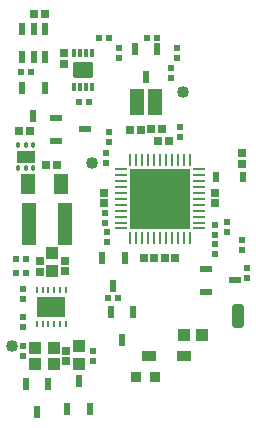
<source format=gbr>
%TF.GenerationSoftware,Altium Limited,Altium Designer,20.2.5 (213)*%
G04 Layer_Color=8421504*
%FSLAX25Y25*%
%MOIN*%
%TF.SameCoordinates,C9AA4840-3426-47ED-90B3-6D3E683A03ED*%
%TF.FilePolarity,Positive*%
%TF.FileFunction,Paste,Top*%
%TF.Part,Single*%
G01*
G75*
%TA.AperFunction,SMDPad,CuDef*%
%ADD10R,0.02362X0.03937*%
G04:AMPARAMS|DCode=11|XSize=62.99mil|YSize=39.37mil|CornerRadius=3.94mil|HoleSize=0mil|Usage=FLASHONLY|Rotation=0.000|XOffset=0mil|YOffset=0mil|HoleType=Round|Shape=RoundedRectangle|*
%AMROUNDEDRECTD11*
21,1,0.06299,0.03150,0,0,0.0*
21,1,0.05512,0.03937,0,0,0.0*
1,1,0.00787,0.02756,-0.01575*
1,1,0.00787,-0.02756,-0.01575*
1,1,0.00787,-0.02756,0.01575*
1,1,0.00787,0.02756,0.01575*
%
%ADD11ROUNDEDRECTD11*%
G04:AMPARAMS|DCode=12|XSize=11.81mil|YSize=17.72mil|CornerRadius=1.18mil|HoleSize=0mil|Usage=FLASHONLY|Rotation=0.000|XOffset=0mil|YOffset=0mil|HoleType=Round|Shape=RoundedRectangle|*
%AMROUNDEDRECTD12*
21,1,0.01181,0.01535,0,0,0.0*
21,1,0.00945,0.01772,0,0,0.0*
1,1,0.00236,0.00472,-0.00768*
1,1,0.00236,-0.00472,-0.00768*
1,1,0.00236,-0.00472,0.00768*
1,1,0.00236,0.00472,0.00768*
%
%ADD12ROUNDEDRECTD12*%
%ADD13R,0.09646X0.06693*%
%ADD14R,0.00984X0.02362*%
%ADD15R,0.04921X0.03740*%
%ADD16R,0.02480X0.03268*%
%ADD17R,0.03347X0.03543*%
%ADD18R,0.02165X0.02362*%
%ADD19R,0.20472X0.20472*%
%ADD20O,0.04134X0.00984*%
%ADD21O,0.00984X0.04134*%
G04:AMPARAMS|DCode=22|XSize=13.39mil|YSize=29.53mil|CornerRadius=1.34mil|HoleSize=0mil|Usage=FLASHONLY|Rotation=0.000|XOffset=0mil|YOffset=0mil|HoleType=Round|Shape=RoundedRectangle|*
%AMROUNDEDRECTD22*
21,1,0.01339,0.02685,0,0,0.0*
21,1,0.01071,0.02953,0,0,0.0*
1,1,0.00268,0.00535,-0.01343*
1,1,0.00268,-0.00535,-0.01343*
1,1,0.00268,-0.00535,0.01343*
1,1,0.00268,0.00535,0.01343*
%
%ADD22ROUNDEDRECTD22*%
G04:AMPARAMS|DCode=23|XSize=64.17mil|YSize=56.3mil|CornerRadius=5.63mil|HoleSize=0mil|Usage=FLASHONLY|Rotation=0.000|XOffset=0mil|YOffset=0mil|HoleType=Round|Shape=RoundedRectangle|*
%AMROUNDEDRECTD23*
21,1,0.06417,0.04504,0,0,0.0*
21,1,0.05291,0.05630,0,0,0.0*
1,1,0.01126,0.02646,-0.02252*
1,1,0.01126,-0.02646,-0.02252*
1,1,0.01126,-0.02646,0.02252*
1,1,0.01126,0.02646,0.02252*
%
%ADD23ROUNDEDRECTD23*%
G04:AMPARAMS|DCode=24|XSize=39.37mil|YSize=78.74mil|CornerRadius=9.84mil|HoleSize=0mil|Usage=FLASHONLY|Rotation=180.000|XOffset=0mil|YOffset=0mil|HoleType=Round|Shape=RoundedRectangle|*
%AMROUNDEDRECTD24*
21,1,0.03937,0.05906,0,0,180.0*
21,1,0.01968,0.07874,0,0,180.0*
1,1,0.01968,-0.00984,0.02953*
1,1,0.01968,0.00984,0.02953*
1,1,0.01968,0.00984,-0.02953*
1,1,0.01968,-0.00984,-0.02953*
%
%ADD24ROUNDEDRECTD24*%
%ADD25R,0.04724X0.14173*%
%ADD26R,0.04528X0.08661*%
%ADD27R,0.05118X0.07087*%
%ADD28R,0.03937X0.03937*%
%ADD29R,0.02520X0.02677*%
%ADD30R,0.02677X0.02520*%
%ADD31R,0.02362X0.02165*%
%ADD32R,0.03937X0.02362*%
%ADD33R,0.03937X0.03937*%
%ADD34C,0.04000*%
D10*
X28360Y124776D02*
D03*
X32100D02*
D03*
X35840D02*
D03*
Y134224D02*
D03*
X32100D02*
D03*
X28360D02*
D03*
X61628Y30377D02*
D03*
X57888Y39825D02*
D03*
X65368D02*
D03*
X73289Y127435D02*
D03*
X65808D02*
D03*
X69548Y117987D02*
D03*
X58700Y48276D02*
D03*
X54960Y57724D02*
D03*
X62440D02*
D03*
X37010Y15896D02*
D03*
X29530D02*
D03*
X33270Y6447D02*
D03*
X47100Y16824D02*
D03*
X50840Y7376D02*
D03*
X43360D02*
D03*
X35745Y114424D02*
D03*
X28265D02*
D03*
X32005Y104976D02*
D03*
D11*
X29400Y91566D02*
D03*
D12*
X26841Y87727D02*
D03*
X29400D02*
D03*
X31959D02*
D03*
X26841Y95405D02*
D03*
X29400D02*
D03*
X31959D02*
D03*
D13*
X38000Y41400D02*
D03*
D14*
X33079Y35750D02*
D03*
X35047D02*
D03*
X37016D02*
D03*
X38984D02*
D03*
X40953D02*
D03*
X42921D02*
D03*
X33079Y47050D02*
D03*
X35047D02*
D03*
X37016D02*
D03*
X38984D02*
D03*
X40953D02*
D03*
X42921D02*
D03*
D15*
X82205Y25200D02*
D03*
X70394D02*
D03*
D16*
X101780Y84600D02*
D03*
X93020D02*
D03*
D17*
X66349Y17913D02*
D03*
X72451D02*
D03*
D18*
X101600Y60427D02*
D03*
Y63773D02*
D03*
X28500Y25127D02*
D03*
Y28473D02*
D03*
Y44127D02*
D03*
Y47473D02*
D03*
Y34627D02*
D03*
Y37973D02*
D03*
X96400Y69773D02*
D03*
Y66427D02*
D03*
X51800Y23427D02*
D03*
Y26773D02*
D03*
X81000Y101473D02*
D03*
Y98127D02*
D03*
X79760Y124438D02*
D03*
Y127785D02*
D03*
X60400Y127773D02*
D03*
Y124427D02*
D03*
X57190Y99837D02*
D03*
Y96490D02*
D03*
X56200Y89427D02*
D03*
Y92773D02*
D03*
X92500Y68648D02*
D03*
Y65302D02*
D03*
X77749Y117779D02*
D03*
Y121125D02*
D03*
X103300Y54373D02*
D03*
Y51027D02*
D03*
X92500Y59127D02*
D03*
Y62473D02*
D03*
X56500Y66273D02*
D03*
Y62927D02*
D03*
X55800Y69444D02*
D03*
Y72791D02*
D03*
D19*
X74214Y77426D02*
D03*
D20*
X87305Y87269D02*
D03*
Y85300D02*
D03*
Y83332D02*
D03*
Y81363D02*
D03*
Y79395D02*
D03*
Y77426D02*
D03*
Y75458D02*
D03*
Y73489D02*
D03*
Y71521D02*
D03*
Y69552D02*
D03*
Y67584D02*
D03*
X61124D02*
D03*
Y69552D02*
D03*
Y71521D02*
D03*
Y73489D02*
D03*
Y75458D02*
D03*
Y77426D02*
D03*
Y79395D02*
D03*
Y81363D02*
D03*
Y83332D02*
D03*
Y85300D02*
D03*
Y87269D02*
D03*
D21*
X84057Y64335D02*
D03*
X82088D02*
D03*
X80120D02*
D03*
X78151D02*
D03*
X76183D02*
D03*
X74214D02*
D03*
X72246D02*
D03*
X70277D02*
D03*
X68309D02*
D03*
X66340D02*
D03*
X64372D02*
D03*
Y90517D02*
D03*
X66340D02*
D03*
X68309D02*
D03*
X70277D02*
D03*
X72246D02*
D03*
X74214D02*
D03*
X76183D02*
D03*
X78151D02*
D03*
X80120D02*
D03*
X82088D02*
D03*
X84057D02*
D03*
D22*
X51553Y126098D02*
D03*
X49584D02*
D03*
X47616D02*
D03*
X45647D02*
D03*
X51553Y114680D02*
D03*
X49584D02*
D03*
X47616D02*
D03*
X45647D02*
D03*
D23*
X48600Y120389D02*
D03*
D24*
X100100Y38400D02*
D03*
D25*
X30595Y69100D02*
D03*
X42406D02*
D03*
D26*
X72551Y109800D02*
D03*
X66449D02*
D03*
D27*
X41348Y82443D02*
D03*
X30324D02*
D03*
D28*
X82249Y32200D02*
D03*
X88351D02*
D03*
X38751Y22400D02*
D03*
X32649D02*
D03*
Y27600D02*
D03*
X38751D02*
D03*
D29*
X42700Y53328D02*
D03*
Y56872D02*
D03*
X42800Y23328D02*
D03*
Y26872D02*
D03*
X42300Y122428D02*
D03*
Y125972D02*
D03*
X34200Y53228D02*
D03*
Y56772D02*
D03*
X92600Y79572D02*
D03*
Y76028D02*
D03*
X55500Y79572D02*
D03*
Y76028D02*
D03*
X101700Y92672D02*
D03*
Y89128D02*
D03*
D30*
X32228Y139200D02*
D03*
X35772D02*
D03*
X27289Y100100D02*
D03*
X30832D02*
D03*
X39772Y88700D02*
D03*
X36228D02*
D03*
X64219Y100287D02*
D03*
X67762D02*
D03*
X71319Y100758D02*
D03*
X74862D02*
D03*
X77172Y96900D02*
D03*
X73628D02*
D03*
X75830Y57847D02*
D03*
X79373D02*
D03*
X72341Y57906D02*
D03*
X68798D02*
D03*
D31*
X26061Y52700D02*
D03*
X29408D02*
D03*
X31373Y119600D02*
D03*
X28027D02*
D03*
X47280Y109595D02*
D03*
X50626D02*
D03*
X26061Y57400D02*
D03*
X29408D02*
D03*
X57073Y131200D02*
D03*
X53727D02*
D03*
X73073D02*
D03*
X69727D02*
D03*
X56727Y44500D02*
D03*
X60073D02*
D03*
D32*
X39595Y104363D02*
D03*
Y96883D02*
D03*
X49044Y100623D02*
D03*
X99124Y50300D02*
D03*
X89676Y46560D02*
D03*
Y54040D02*
D03*
D33*
X38300Y53249D02*
D03*
Y59351D02*
D03*
X47367Y22249D02*
D03*
Y28351D02*
D03*
D34*
X51700Y89400D02*
D03*
X81800Y113100D02*
D03*
X24916Y28470D02*
D03*
%TF.MD5,d1f50a54d7829139d2973c5dd196b02c*%
M02*

</source>
